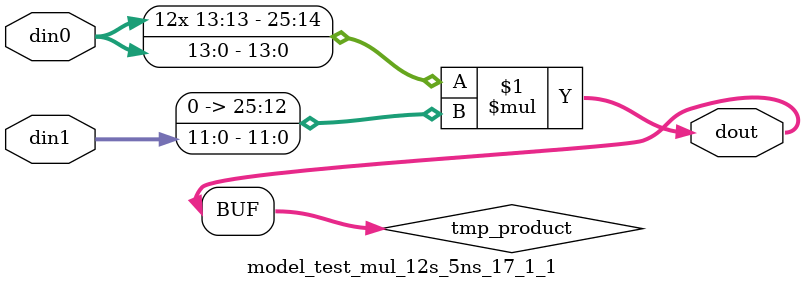
<source format=v>

`timescale 1 ns / 1 ps

  module model_test_mul_12s_5ns_17_1_1(din0, din1, dout);
parameter ID = 1;
parameter NUM_STAGE = 0;
parameter din0_WIDTH = 14;
parameter din1_WIDTH = 12;
parameter dout_WIDTH = 26;

input [din0_WIDTH - 1 : 0] din0; 
input [din1_WIDTH - 1 : 0] din1; 
output [dout_WIDTH - 1 : 0] dout;

wire signed [dout_WIDTH - 1 : 0] tmp_product;












assign tmp_product = $signed(din0) * $signed({1'b0, din1});









assign dout = tmp_product;







endmodule

</source>
